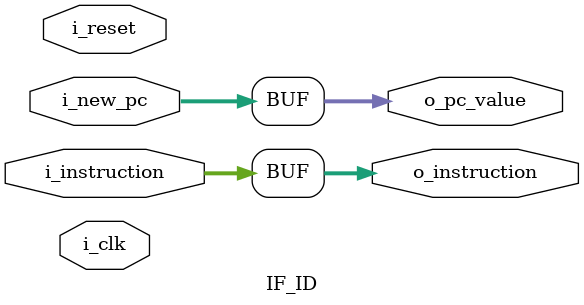
<source format=v>
`timescale 1ns / 1ps


module IF_ID# (
        parameter   TAM_DATA = 32,
        parameter   BYTE = 8
    )
    (
        input                           i_clk,
        input                           i_reset,
        input   [TAM_DATA - 1 : 0]      i_new_pc,
        input   [TAM_DATA - 1 : 0]      i_instruction,
        output  [TAM_DATA - 1 : 0]      o_instruction,
        output  [TAM_DATA - 1 : 0]      o_pc_value
);

assign o_pc_value = i_new_pc;
assign o_instruction = i_instruction;
endmodule

</source>
